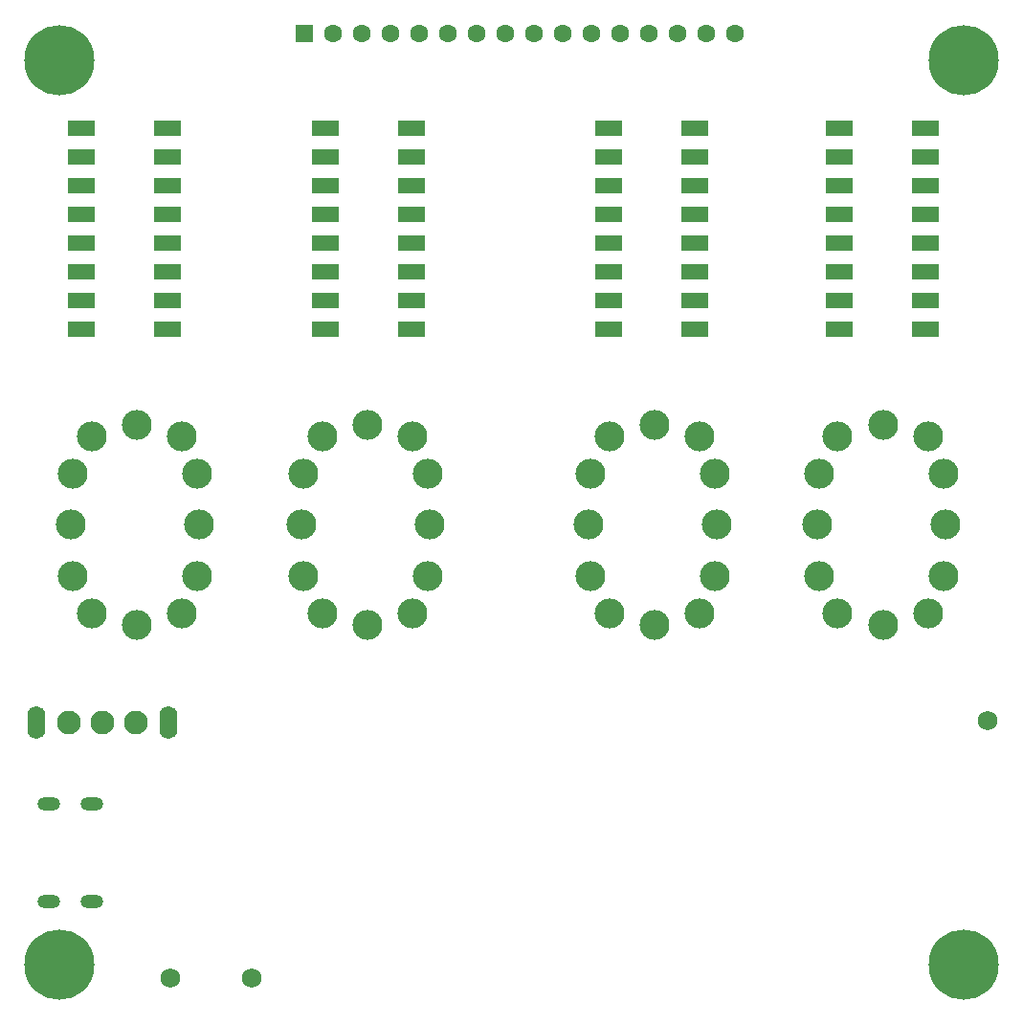
<source format=gbs>
G04 Layer: BottomSolderMaskLayer*
G04 EasyEDA v6.5.34, 2023-09-21 21:59:44*
G04 1037e3338c1a49738aad6bad4f376bef,8e72fd04a6c14d66a7e837eb9aaabff2,10*
G04 Gerber Generator version 0.2*
G04 Scale: 100 percent, Rotated: No, Reflected: No *
G04 Dimensions in millimeters *
G04 leading zeros omitted , absolute positions ,4 integer and 5 decimal *
%FSLAX45Y45*%
%MOMM*%

%AMMACRO1*1,1,$1,$2,$3*1,1,$1,$4,$5*1,1,$1,0-$2,0-$3*1,1,$1,0-$4,0-$5*20,1,$1,$2,$3,$4,$5,0*20,1,$1,$4,$5,0-$2,0-$3,0*20,1,$1,0-$2,0-$3,0-$4,0-$5,0*20,1,$1,0-$4,0-$5,$2,$3,0*4,1,4,$2,$3,$4,$5,0-$2,0-$3,0-$4,0-$5,$2,$3,0*%
%ADD10C,1.7272*%
%ADD11C,2.6416*%
%ADD12O,1.6015970000000002X2.9015944*%
%ADD13C,2.1016*%
%ADD14MACRO1,0.1016X-0.7499X0.7499X0.7499X0.7499*%
%ADD15C,1.6015*%
%ADD16MACRO1,0.2032X1.0909X-0.6058X-1.0909X-0.6058*%
%ADD17O,2.0015962000000003X1.2015978000000003*%
%ADD18C,6.2032*%
%ADD19C,0.6100*%

%LPD*%
D10*
G01*
X8209983Y2159995D03*
G01*
X1700001Y-119999D03*
G01*
X980013Y-119999D03*
D11*
G01*
X686503Y4771369D03*
G01*
X1235143Y3889989D03*
G01*
X1222443Y4339569D03*
G01*
X686503Y3008609D03*
G01*
X1222443Y3440409D03*
G01*
X1085283Y3107669D03*
G01*
X1085283Y4672309D03*
G01*
X285183Y4672309D03*
G01*
X117543Y4339569D03*
G01*
X104843Y3889989D03*
G01*
X117543Y3440409D03*
G01*
X285183Y3107669D03*
G01*
X2726504Y4771369D03*
G01*
X3275144Y3889989D03*
G01*
X3262444Y4339569D03*
G01*
X2726504Y3008609D03*
G01*
X3262444Y3440409D03*
G01*
X3125284Y3107669D03*
G01*
X3125284Y4672309D03*
G01*
X2325184Y4672309D03*
G01*
X2157544Y4339569D03*
G01*
X2144844Y3889989D03*
G01*
X2157544Y3440409D03*
G01*
X2325184Y3107669D03*
G01*
X5266504Y4771369D03*
G01*
X5815144Y3889989D03*
G01*
X5802444Y4339569D03*
G01*
X5266504Y3008609D03*
G01*
X5802444Y3440409D03*
G01*
X5665284Y3107669D03*
G01*
X5665284Y4672309D03*
G01*
X4865184Y4672309D03*
G01*
X4697544Y4339569D03*
G01*
X4684844Y3889989D03*
G01*
X4697544Y3440409D03*
G01*
X4865184Y3107669D03*
G01*
X7286490Y4771369D03*
G01*
X7835130Y3889989D03*
G01*
X7822430Y4339569D03*
G01*
X7286490Y3008609D03*
G01*
X7822430Y3440409D03*
G01*
X7685270Y3107669D03*
G01*
X7685270Y4672309D03*
G01*
X6885170Y4672309D03*
G01*
X6717530Y4339569D03*
G01*
X6704830Y3889989D03*
G01*
X6717530Y3440409D03*
G01*
X6885170Y3107669D03*
D12*
G01*
X-204985Y2140005D03*
G01*
X964989Y2140005D03*
D13*
G01*
X680001Y2140005D03*
G01*
X380001Y2140005D03*
G01*
X80002Y2140005D03*
D14*
G01*
X2169988Y8239983D03*
D15*
G01*
X2423990Y8239993D03*
G01*
X2677990Y8239993D03*
G01*
X2931990Y8239993D03*
G01*
X3185990Y8239993D03*
G01*
X3439990Y8239993D03*
G01*
X3693990Y8239993D03*
G01*
X3947990Y8239993D03*
G01*
X4201990Y8239993D03*
G01*
X4455990Y8239993D03*
G01*
X4709990Y8239993D03*
G01*
X4963990Y8239993D03*
G01*
X5217990Y8239993D03*
G01*
X5471990Y8239993D03*
G01*
X5725990Y8239993D03*
G01*
X5979990Y8239993D03*
D16*
G01*
X192498Y5623687D03*
G01*
X192498Y5877687D03*
G01*
X192498Y6131687D03*
G01*
X192498Y6385687D03*
G01*
X192498Y6639687D03*
G01*
X192498Y6893687D03*
G01*
X192498Y7147687D03*
G01*
X192498Y7401687D03*
G01*
X954498Y7401687D03*
G01*
X954498Y7147687D03*
G01*
X954498Y6893687D03*
G01*
X954498Y6639687D03*
G01*
X954498Y6385687D03*
G01*
X954498Y6131687D03*
G01*
X954498Y5877687D03*
G01*
X954498Y5623687D03*
G01*
X2355105Y5623687D03*
G01*
X2355105Y5877687D03*
G01*
X2355105Y6131687D03*
G01*
X2355105Y6385687D03*
G01*
X2355105Y6639687D03*
G01*
X2355105Y6893687D03*
G01*
X2355105Y7147687D03*
G01*
X2355105Y7401687D03*
G01*
X3117105Y7401687D03*
G01*
X3117105Y7147687D03*
G01*
X3117105Y6893687D03*
G01*
X3117105Y6639687D03*
G01*
X3117105Y6385687D03*
G01*
X3117105Y6131687D03*
G01*
X3117105Y5877687D03*
G01*
X3117105Y5623687D03*
G01*
X4857005Y5623687D03*
G01*
X4857005Y5877687D03*
G01*
X4857005Y6131687D03*
G01*
X4857005Y6385687D03*
G01*
X4857005Y6639687D03*
G01*
X4857005Y6893687D03*
G01*
X4857005Y7147687D03*
G01*
X4857005Y7401687D03*
G01*
X5619005Y7401687D03*
G01*
X5619005Y7147687D03*
G01*
X5619005Y6893687D03*
G01*
X5619005Y6639687D03*
G01*
X5619005Y6385687D03*
G01*
X5619005Y6131687D03*
G01*
X5619005Y5877687D03*
G01*
X5619005Y5623687D03*
G01*
X6901705Y5623687D03*
G01*
X6901705Y5877687D03*
G01*
X6901705Y6131687D03*
G01*
X6901705Y6385687D03*
G01*
X6901705Y6639687D03*
G01*
X6901705Y6893687D03*
G01*
X6901705Y7147687D03*
G01*
X6901705Y7401687D03*
G01*
X7663705Y7401687D03*
G01*
X7663705Y7147687D03*
G01*
X7663705Y6893687D03*
G01*
X7663705Y6639687D03*
G01*
X7663705Y6385687D03*
G01*
X7663705Y6131687D03*
G01*
X7663705Y5877687D03*
G01*
X7663705Y5623687D03*
D17*
G01*
X-93809Y560837D03*
G01*
X-93809Y1424818D03*
G01*
X286199Y560837D03*
G01*
X286199Y1424818D03*
D18*
G01*
X7999976Y5D03*
D19*
G01*
X7999976Y241305D03*
G01*
X7999976Y-228594D03*
G01*
X8241276Y5D03*
G01*
X7758676Y5D03*
G01*
X8165076Y165105D03*
G01*
X7822176Y165105D03*
G01*
X7822176Y-165094D03*
G01*
X8165076Y-165094D03*
D18*
G01*
X-7Y5D03*
D19*
G01*
X-7Y241305D03*
G01*
X-7Y-228594D03*
G01*
X241292Y5D03*
G01*
X-241307Y5D03*
G01*
X165092Y165105D03*
G01*
X-177807Y165105D03*
G01*
X-177807Y-165094D03*
G01*
X165092Y-165094D03*
D18*
G01*
X-7Y7999963D03*
D19*
G01*
X-7Y8241263D03*
G01*
X-7Y7771363D03*
G01*
X241292Y7999963D03*
G01*
X-241307Y7999963D03*
G01*
X165092Y8165063D03*
G01*
X-177807Y8165063D03*
G01*
X-177807Y7834863D03*
G01*
X165092Y7834863D03*
D18*
G01*
X7999976Y7999989D03*
D19*
G01*
X7999976Y8241289D03*
G01*
X7999976Y7771389D03*
G01*
X8241276Y7999989D03*
G01*
X7758676Y7999989D03*
G01*
X8165076Y8165089D03*
G01*
X7822176Y8165089D03*
G01*
X7822176Y7834889D03*
G01*
X8165076Y7834889D03*
M02*

</source>
